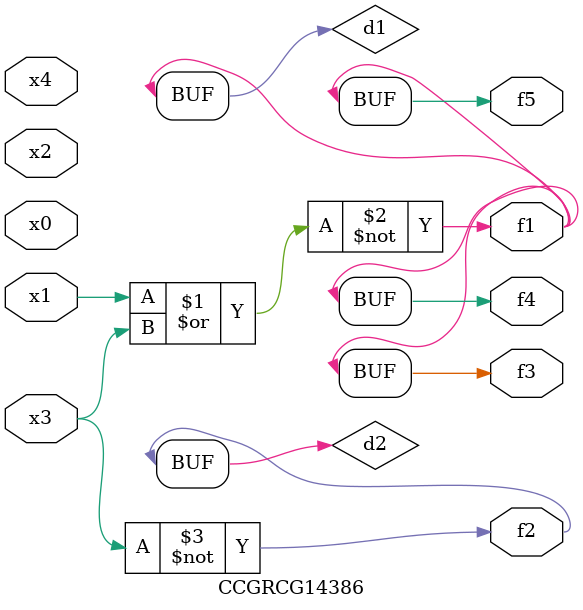
<source format=v>
module CCGRCG14386(
	input x0, x1, x2, x3, x4,
	output f1, f2, f3, f4, f5
);

	wire d1, d2;

	nor (d1, x1, x3);
	not (d2, x3);
	assign f1 = d1;
	assign f2 = d2;
	assign f3 = d1;
	assign f4 = d1;
	assign f5 = d1;
endmodule

</source>
